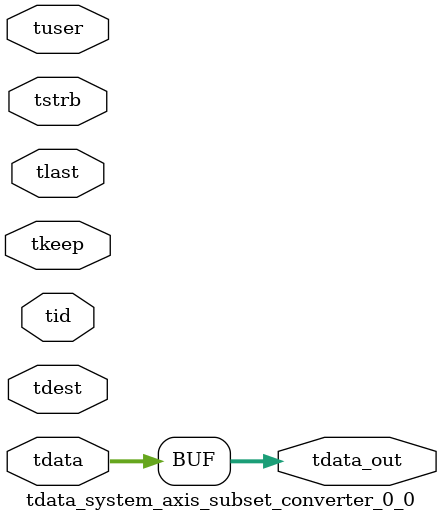
<source format=v>


`timescale 1ps/1ps

module tdata_system_axis_subset_converter_0_0 #
(
parameter C_S_AXIS_TDATA_WIDTH = 32,
parameter C_S_AXIS_TUSER_WIDTH = 0,
parameter C_S_AXIS_TID_WIDTH   = 0,
parameter C_S_AXIS_TDEST_WIDTH = 0,
parameter C_M_AXIS_TDATA_WIDTH = 32
)
(
input  [(C_S_AXIS_TDATA_WIDTH == 0 ? 1 : C_S_AXIS_TDATA_WIDTH)-1:0     ] tdata,
input  [(C_S_AXIS_TUSER_WIDTH == 0 ? 1 : C_S_AXIS_TUSER_WIDTH)-1:0     ] tuser,
input  [(C_S_AXIS_TID_WIDTH   == 0 ? 1 : C_S_AXIS_TID_WIDTH)-1:0       ] tid,
input  [(C_S_AXIS_TDEST_WIDTH == 0 ? 1 : C_S_AXIS_TDEST_WIDTH)-1:0     ] tdest,
input  [(C_S_AXIS_TDATA_WIDTH/8)-1:0 ] tkeep,
input  [(C_S_AXIS_TDATA_WIDTH/8)-1:0 ] tstrb,
input                                                                    tlast,
output [C_M_AXIS_TDATA_WIDTH-1:0] tdata_out
);

assign tdata_out = {16'b0000000000000000,tdata[31:0]};

endmodule


</source>
